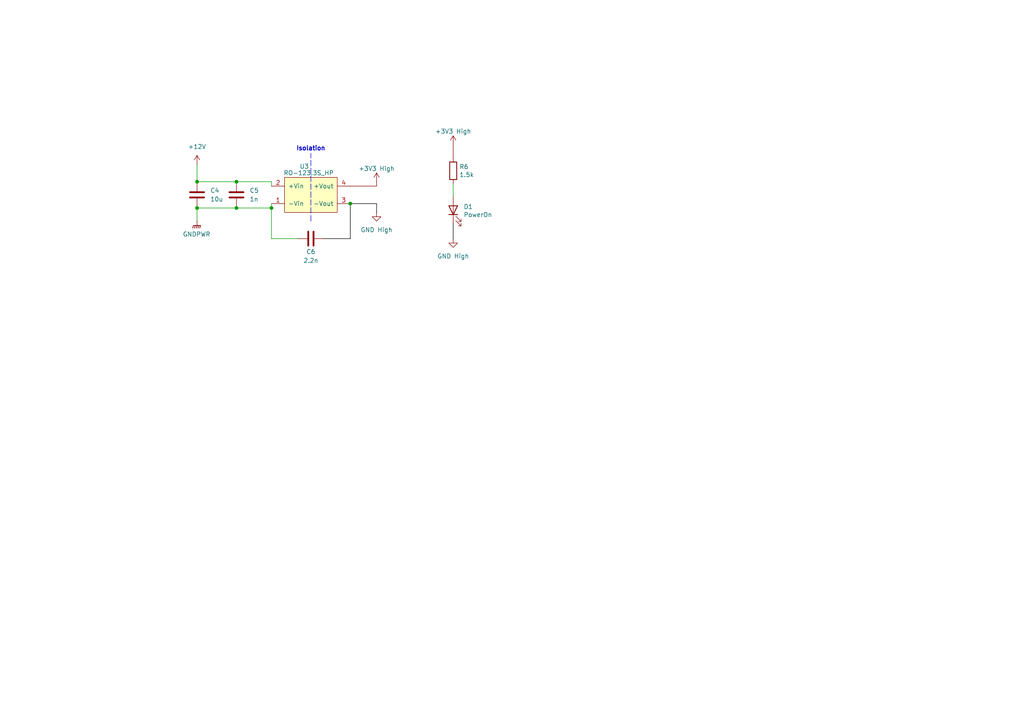
<source format=kicad_sch>
(kicad_sch (version 20231120) (generator "eeschema") (generator_version "8.0")
  (paper "A4")
  (lib_symbols
    (symbol "Device:C" (pin_numbers hide) (pin_names (offset 0.254))
      (property "Reference" "C" (at 0.635 2.54 0))
      (property "Value" "C" (at 0.635 -2.54 0))
      (symbol "C_0_1"
        (polyline (pts (xy -2.032 -0.762) (xy 2.032 -0.762)) (stroke (width 0.508)))
        (polyline (pts (xy -2.032 0.762) (xy 2.032 0.762)) (stroke (width 0.508)))
      )
      (symbol "C_1_1"
        (pin passive line (at 0 3.81 270) (length 2.794) (name "~") (number "1"))
        (pin passive line (at 0 -3.81 90) (length 2.794) (name "~") (number "2"))
      )
    )
    (symbol "Device:LED" (pin_numbers hide) (pin_names (offset 1.016) hide)
      (property "Reference" "D" (at 0 2.54 0))
      (property "Value" "LED" (at 0 -2.54 0))
      (symbol "LED_0_1"
        (polyline (pts (xy -1.27 -1.27) (xy -1.27 1.27)) (stroke (width 0.254)))
        (polyline (pts (xy -1.27 0) (xy 1.27 0)))
        (polyline (pts (xy 1.27 -1.27) (xy 1.27 1.27) (xy -1.27 0) (xy 1.27 -1.27)) (stroke (width 0.254)))
        (polyline (pts (xy -3.048 -0.762) (xy -4.572 -2.286) (xy -3.81 -2.286) (xy -4.572 -2.286) (xy -4.572 -1.524)))
        (polyline (pts (xy -1.778 -0.762) (xy -3.302 -2.286) (xy -2.54 -2.286) (xy -3.302 -2.286) (xy -3.302 -1.524)))
      )
      (symbol "LED_1_1"
        (pin passive line (at -3.81 0 0) (length 2.54) (name "K") (number "1"))
        (pin passive line (at 3.81 0 180) (length 2.54) (name "A") (number "2"))
      )
    )
    (symbol "Device:R" (pin_numbers hide) (pin_names (offset 0))
      (property "Reference" "R" (at 2.032 0 90))
      (property "Value" "R" (at 0 0 90))
      (symbol "R_0_1"
        (rectangle (start -1.016 -2.54) (end 1.016 2.54) (stroke (width 0.254)))
      )
      (symbol "R_1_1"
        (pin passive line (at 0 3.81 270) (length 1.27) (name "~") (number "1"))
        (pin passive line (at 0 -3.81 90) (length 1.27) (name "~") (number "2"))
      )
    )
    (symbol "GND_2" (power) (pin_numbers hide) (pin_names (offset 0) hide)
      (property "Value" "GND" (at 0 -3.81 0))
      (symbol "GND_2_0_1"
        (polyline (pts (xy 0 0) (xy 0 -1.27) (xy 1.27 -1.27) (xy 0 -2.54) (xy -1.27 -1.27) (xy 0 -1.27)))
      )
      (symbol "GND_2_1_1"
        (pin power_in line (at 0 0 270) (length 0) (name "~") (number "1"))
      )
    )
    (symbol "power:+12V" (power) (pin_numbers hide) (pin_names (offset 0) hide)
      (property "Value" "+12V" (at 0 3.556 0))
      (symbol "+12V_0_1"
        (polyline (pts (xy -0.762 1.27) (xy 0 2.54)))
        (polyline (pts (xy 0 0) (xy 0 2.54)))
        (polyline (pts (xy 0 2.54) (xy 0.762 1.27)))
      )
      (symbol "+12V_1_1"
        (pin power_in line (at 0 0 90) (length 0) (name "~") (number "1"))
      )
    )
    (symbol "power:+3V3" (power) (pin_names (offset 0))
      (property "Value" "+3V3" (at 0 3.556 0))
      (symbol "+3V3_0_1"
        (polyline (pts (xy -0.762 1.27) (xy 0 2.54)))
        (polyline (pts (xy 0 0) (xy 0 2.54)))
        (polyline (pts (xy 0 2.54) (xy 0.762 1.27)))
      )
      (symbol "+3V3_1_1"
        (pin power_in line (at 0 0 90) (length 0) hide (name "+3V3") (number "1"))
      )
    )
    (symbol "power:GNDPWR" (power) (pin_numbers hide) (pin_names (offset 0) hide)
      (property "Value" "GNDPWR" (at 0 -3.302 0))
      (symbol "GNDPWR_0_1"
        (polyline (pts (xy 0 -1.27) (xy 0 0)))
        (polyline (pts (xy -1.016 -1.27) (xy -1.27 -2.032) (xy -1.27 -2.032)) (stroke (width 0.2032)))
        (polyline (pts (xy -0.508 -1.27) (xy -0.762 -2.032) (xy -0.762 -2.032)) (stroke (width 0.2032)))
        (polyline (pts (xy 0 -1.27) (xy -0.254 -2.032) (xy -0.254 -2.032)) (stroke (width 0.2032)))
        (polyline (pts (xy 0.508 -1.27) (xy 0.254 -2.032) (xy 0.254 -2.032)) (stroke (width 0.2032)))
        (polyline (pts (xy 1.016 -1.27) (xy -1.016 -1.27) (xy -1.016 -1.27)) (stroke (width 0.2032)))
        (polyline (pts (xy 1.016 -1.27) (xy 0.762 -2.032) (xy 0.762 -2.032) (xy 0.762 -2.032)) (stroke (width 0.2032)))
      )
      (symbol "GNDPWR_1_1"
        (pin power_in line (at 0 0 270) (length 0) (name "~") (number "1"))
      )
    )
    (symbol "utsvt-power-regulators:RO-123.3S_HP" (pin_names (offset 1.016))
      (property "Reference" "U" (at 0 10.16 0))
      (property "Value" "RO-123.3S_HP" (at 0 7.62 0))
      (symbol "RO-123.3S_HP_1_1"
        (rectangle (start -7.62 5.08) (end 7.62 -5.08) (fill (type background)))
        (pin input line (at -11.43 -2.54 0) (length 3.81) (name "-Vin") (number "1"))
        (pin power_in line (at -11.43 2.54 0) (length 3.81) (name "+Vin") (number "2"))
        (pin power_out line (at 11.43 -2.54 180) (length 3.81) (name "-Vout") (number "3"))
        (pin power_out line (at 11.43 2.54 180) (length 3.81) (name "+Vout") (number "4"))
      )
    )
  )
  (junction (at 57.15 60.325))
  (junction (at 68.58 60.325))
  (junction (at 68.58 52.705))
  (junction (at 57.15 52.705))
  (junction (at 101.6 59.055))
  (junction (at 78.74 60.325))
  (wire (pts (xy 57.15 47.625) (xy 57.15 52.705)))
  (wire (pts (xy 93.98 69.215) (xy 101.6 69.215)) (stroke (width 0) (color 0 0 0 1)))
  (wire (pts (xy 131.445 41.91) (xy 131.445 45.72)) (stroke (width 0) (color 132 0 0 1)))
  (wire (pts (xy 78.74 59.055) (xy 78.74 60.325)))
  (wire (pts (xy 68.58 52.705) (xy 78.74 52.705)))
  (polyline (pts (xy 90.17 64.135) (xy 90.17 44.45)) (stroke (width 0) (type dash)))
  (wire (pts (xy 131.445 64.77) (xy 131.445 69.215)) (stroke (width 0) (color 0 0 0 1)))
  (wire (pts (xy 86.36 69.215) (xy 78.74 69.215)))
  (wire (pts (xy 78.74 52.705) (xy 78.74 53.975)))
  (wire (pts (xy 101.6 69.215) (xy 101.6 59.055)) (stroke (width 0) (color 0 0 0 1)))
  (wire (pts (xy 101.6 53.975) (xy 109.22 53.975)) (stroke (width 0) (color 132 0 0 1)))
  (wire (pts (xy 109.22 52.705) (xy 109.22 53.975)) (stroke (width 0) (color 132 0 0 1)))
  (wire (pts (xy 68.58 60.325) (xy 78.74 60.325)))
  (wire (pts (xy 109.22 59.055) (xy 109.22 61.595)) (stroke (width 0) (color 0 0 0 1)))
  (wire (pts (xy 131.445 53.34) (xy 131.445 57.15)))
  (wire (pts (xy 78.74 60.325) (xy 78.74 69.215)))
  (wire (pts (xy 57.15 52.705) (xy 68.58 52.705)))
  (wire (pts (xy 57.15 60.325) (xy 57.15 64.135)))
  (wire (pts (xy 57.15 60.325) (xy 68.58 60.325)))
  (wire (pts (xy 101.6 59.055) (xy 109.22 59.055)) (stroke (width 0) (color 0 0 0 1)))
  (text "Isolation" (at 90.17 43.18 0) (effects (font (size 1.27 1.27) (thickness 0.254) (bold yes))))
  (symbol (lib_id "power:+3V3") (at 109.22 52.705 0) (unit 1)
    (property "Reference" "#PWR015" (effects (hide yes)))
    (property "Value" "+3V3 High" (at 109.22 48.895 0))
  )
  (symbol (lib_id "Device:C") (at 90.17 69.215 90) (unit 1)
    (property "Reference" "C6" (at 90.17 73.025 90))
    (property "Value" "2.2n" (at 90.17 75.565 90))
    (property "Footprint" "Capacitor_SMD:C_0805_2012Metric" (effects (hide yes)))
    (property "Mfg" "C0805J222K5RACAUTO" (effects (hide yes)))
  )
  (symbol (lib_id "power:+3V3") (at 131.445 41.91 0) (unit 1)
    (property "Reference" "#PWR020" (effects (hide yes)))
    (property "Value" "+3V3 High" (at 131.445 38.1 0))
  )
  (symbol (lib_id "power:+12V") (at 57.15 47.625 0) (unit 1)
    (property "Reference" "#PWR05" (effects (hide yes)))
    (property "Value" "+12V" (at 57.15 42.545 0))
    (property "Description" "Power symbol creates a global label with name \"+12V\"" (effects (hide yes)))
  )
  (symbol (lib_id "utsvt-power-regulators:RO-123.3S_HP") (at 90.17 56.515 0) (unit 1)
    (property "Reference" "U3" (at 88.265 48.26 0))
    (property "Value" "RO-123.3S_HP" (at 89.535 50.165 0))
    (property "Footprint" "UTSVT_ICs:RI3_DC_Converter" (effects (hide yes)))
    (property "Datasheet" "https://www.mouser.com/datasheet/2/468/RO-1711124.pdf" (effects (hide yes)))
    (property "Mfg" "RM-123.3S/H" (effects (hide yes)))
  )
  (symbol (lib_id "Device:C") (at 57.15 56.515 0) (unit 1)
    (property "Reference" "C4" (at 60.96 55.2449 0) (effects (justify left)))
    (property "Value" "10u" (at 60.96 57.7849 0) (effects (justify left)))
    (property "Description" "Unpolarized capacitor" (effects (hide yes)))
  )
  (symbol (lib_id "power:GNDPWR") (at 57.15 64.135 0) (unit 1)
    (property "Reference" "#PWR014" (effects (hide yes)))
    (property "Value" "GNDPWR" (at 57.023 67.945 0))
    (property "Description" "Power symbol creates a global label with name \"GNDPWR\" , global ground" (effects (hide yes)))
  )
  (symbol (lib_id "Device:LED") (at 131.445 60.96 90) (unit 1)
    (property "Reference" "D1" (at 134.4422 59.9694 90) (effects (justify right)))
    (property "Value" "PowerOn" (at 134.4422 62.2808 90) (effects (justify right)))
    (property "Footprint" "LED_SMD:LED_0805_2012Metric" (effects (hide yes)))
    (property "Mfg" "APTD2012LCGCK" (effects (hide yes)))
  )
  (symbol (lib_id "Device:C") (at 68.58 56.515 0) (unit 1)
    (property "Reference" "C5" (at 72.39 55.2449 0) (effects (justify left)))
    (property "Value" "1n" (at 72.39 57.7849 0) (effects (justify left)))
    (property "Description" "Unpolarized capacitor" (effects (hide yes)))
  )
  (symbol (lib_name "GND_2") (lib_id "power:GND") (at 109.22 61.595 0) (unit 1)
    (property "Reference" "#PWR016" (effects (hide yes)))
    (property "Value" "GND High" (at 109.22 66.675 0))
    (property "Description" "Power symbol creates a global label with name \"GND\" , ground" (effects (hide yes)))
  )
  (symbol (lib_name "GND_2") (lib_id "power:GND") (at 131.445 69.215 0) (unit 1)
    (property "Reference" "#PWR021" (effects (hide yes)))
    (property "Value" "GND High" (at 131.445 74.295 0))
    (property "Description" "Power symbol creates a global label with name \"GND\" , ground" (effects (hide yes)))
  )
  (symbol (lib_id "Device:R") (at 131.445 49.53 0) (unit 1)
    (property "Reference" "R6" (at 133.223 48.3616 0) (effects (justify left)))
    (property "Value" "1.5k" (at 133.223 50.673 0) (effects (justify left)))
    (property "Footprint" "Resistor_SMD:R_0805_2012Metric" (effects (hide yes)))
    (property "Mfg" "SDR10EZPJ152" (effects (hide yes)))
  )
)
</source>
